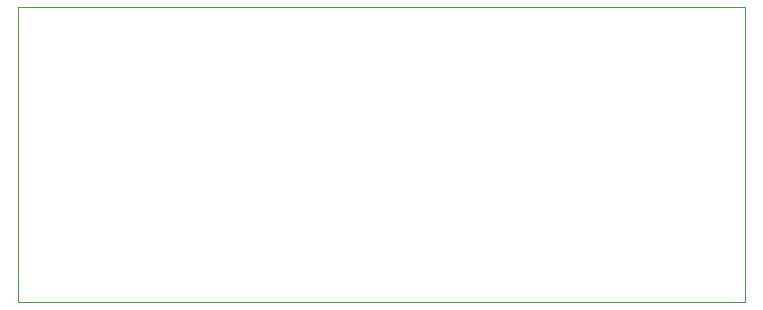
<source format=gbr>
%TF.GenerationSoftware,KiCad,Pcbnew,8.0.3*%
%TF.CreationDate,2024-07-14T23:37:16-05:00*%
%TF.ProjectId,3.3v Pro Micro Long,332e3376-2050-4726-9f20-4d6963726f20,rev?*%
%TF.SameCoordinates,Original*%
%TF.FileFunction,Profile,NP*%
%FSLAX46Y46*%
G04 Gerber Fmt 4.6, Leading zero omitted, Abs format (unit mm)*
G04 Created by KiCad (PCBNEW 8.0.3) date 2024-07-14 23:37:16*
%MOMM*%
%LPD*%
G01*
G04 APERTURE LIST*
%TA.AperFunction,Profile*%
%ADD10C,0.050000*%
%TD*%
G04 APERTURE END LIST*
D10*
X126220000Y-79240000D02*
X187720000Y-79240000D01*
X187720000Y-104240000D01*
X126220000Y-104240000D01*
X126220000Y-79240000D01*
M02*

</source>
